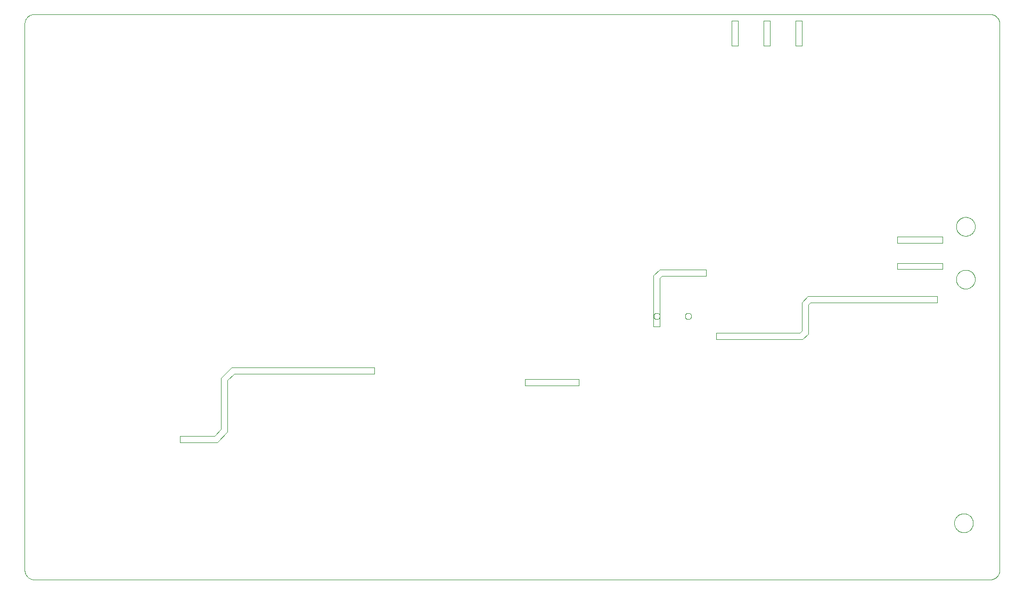
<source format=gko>
G75*
%MOIN*%
%OFA0B0*%
%FSLAX25Y25*%
%IPPOS*%
%LPD*%
%AMOC8*
5,1,8,0,0,1.08239X$1,22.5*
%
%ADD10C,0.00400*%
%ADD11C,0.00394*%
%ADD12C,0.00000*%
D10*
X0126977Y0108713D02*
X0126977Y0112713D01*
X0148627Y0112713D01*
X0152727Y0116813D01*
X0152727Y0149113D01*
X0159327Y0155713D01*
X0248727Y0155713D01*
X0248727Y0151713D01*
X0160827Y0151713D01*
X0156727Y0147613D01*
X0156727Y0115313D01*
X0150127Y0108713D01*
X0126977Y0108713D01*
X0342977Y0144213D02*
X0342977Y0148213D01*
X0376727Y0148213D01*
X0376727Y0144213D01*
X0342977Y0144213D01*
X0423427Y0181344D02*
X0427427Y0181344D01*
X0427427Y0211713D01*
X0428677Y0212963D01*
X0456295Y0212963D01*
X0456295Y0216963D01*
X0427177Y0216963D01*
X0423427Y0213213D01*
X0423427Y0181344D01*
X0462477Y0177213D02*
X0462477Y0173213D01*
X0516677Y0173213D01*
X0520177Y0176763D01*
X0520177Y0194913D01*
X0521477Y0196213D01*
X0600977Y0196213D01*
X0600977Y0200213D01*
X0519977Y0200213D01*
X0516177Y0196413D01*
X0516177Y0178513D01*
X0514927Y0177213D01*
X0462477Y0177213D01*
D11*
X0634058Y0022713D02*
X0035633Y0022713D01*
X0035633Y0022712D02*
X0035481Y0022714D01*
X0035329Y0022720D01*
X0035177Y0022730D01*
X0035026Y0022743D01*
X0034875Y0022761D01*
X0034724Y0022782D01*
X0034574Y0022808D01*
X0034425Y0022837D01*
X0034276Y0022870D01*
X0034129Y0022907D01*
X0033982Y0022947D01*
X0033837Y0022992D01*
X0033693Y0023040D01*
X0033550Y0023092D01*
X0033408Y0023147D01*
X0033268Y0023206D01*
X0033129Y0023269D01*
X0032992Y0023335D01*
X0032857Y0023405D01*
X0032724Y0023478D01*
X0032593Y0023555D01*
X0032463Y0023635D01*
X0032336Y0023718D01*
X0032211Y0023804D01*
X0032088Y0023894D01*
X0031968Y0023987D01*
X0031850Y0024083D01*
X0031734Y0024182D01*
X0031621Y0024284D01*
X0031511Y0024388D01*
X0031403Y0024496D01*
X0031299Y0024606D01*
X0031197Y0024719D01*
X0031098Y0024835D01*
X0031002Y0024953D01*
X0030909Y0025073D01*
X0030819Y0025196D01*
X0030733Y0025321D01*
X0030650Y0025448D01*
X0030570Y0025578D01*
X0030493Y0025709D01*
X0030420Y0025842D01*
X0030350Y0025977D01*
X0030284Y0026114D01*
X0030221Y0026253D01*
X0030162Y0026393D01*
X0030107Y0026535D01*
X0030055Y0026678D01*
X0030007Y0026822D01*
X0029962Y0026967D01*
X0029922Y0027114D01*
X0029885Y0027261D01*
X0029852Y0027410D01*
X0029823Y0027559D01*
X0029797Y0027709D01*
X0029776Y0027860D01*
X0029758Y0028011D01*
X0029745Y0028162D01*
X0029735Y0028314D01*
X0029729Y0028466D01*
X0029727Y0028618D01*
X0029727Y0371138D01*
X0029729Y0371290D01*
X0029735Y0371442D01*
X0029745Y0371594D01*
X0029758Y0371745D01*
X0029776Y0371896D01*
X0029797Y0372047D01*
X0029823Y0372197D01*
X0029852Y0372346D01*
X0029885Y0372495D01*
X0029922Y0372642D01*
X0029962Y0372789D01*
X0030007Y0372934D01*
X0030055Y0373078D01*
X0030107Y0373221D01*
X0030162Y0373363D01*
X0030221Y0373503D01*
X0030284Y0373642D01*
X0030350Y0373779D01*
X0030420Y0373914D01*
X0030493Y0374047D01*
X0030570Y0374178D01*
X0030650Y0374308D01*
X0030733Y0374435D01*
X0030819Y0374560D01*
X0030909Y0374683D01*
X0031002Y0374803D01*
X0031098Y0374921D01*
X0031197Y0375037D01*
X0031299Y0375150D01*
X0031403Y0375260D01*
X0031511Y0375368D01*
X0031621Y0375472D01*
X0031734Y0375574D01*
X0031850Y0375673D01*
X0031968Y0375769D01*
X0032088Y0375862D01*
X0032211Y0375952D01*
X0032336Y0376038D01*
X0032463Y0376121D01*
X0032593Y0376201D01*
X0032724Y0376278D01*
X0032857Y0376351D01*
X0032992Y0376421D01*
X0033129Y0376487D01*
X0033268Y0376550D01*
X0033408Y0376609D01*
X0033550Y0376664D01*
X0033693Y0376716D01*
X0033837Y0376764D01*
X0033982Y0376809D01*
X0034129Y0376849D01*
X0034276Y0376886D01*
X0034425Y0376919D01*
X0034574Y0376948D01*
X0034724Y0376974D01*
X0034875Y0376995D01*
X0035026Y0377013D01*
X0035177Y0377026D01*
X0035329Y0377036D01*
X0035481Y0377042D01*
X0035633Y0377044D01*
X0035633Y0377043D02*
X0634058Y0377043D01*
X0634058Y0377044D02*
X0634210Y0377042D01*
X0634362Y0377036D01*
X0634514Y0377026D01*
X0634665Y0377013D01*
X0634816Y0376995D01*
X0634967Y0376974D01*
X0635117Y0376948D01*
X0635266Y0376919D01*
X0635415Y0376886D01*
X0635562Y0376849D01*
X0635709Y0376809D01*
X0635854Y0376764D01*
X0635998Y0376716D01*
X0636141Y0376664D01*
X0636283Y0376609D01*
X0636423Y0376550D01*
X0636562Y0376487D01*
X0636699Y0376421D01*
X0636834Y0376351D01*
X0636967Y0376278D01*
X0637098Y0376201D01*
X0637228Y0376121D01*
X0637355Y0376038D01*
X0637480Y0375952D01*
X0637603Y0375862D01*
X0637723Y0375769D01*
X0637841Y0375673D01*
X0637957Y0375574D01*
X0638070Y0375472D01*
X0638180Y0375368D01*
X0638288Y0375260D01*
X0638392Y0375150D01*
X0638494Y0375037D01*
X0638593Y0374921D01*
X0638689Y0374803D01*
X0638782Y0374683D01*
X0638872Y0374560D01*
X0638958Y0374435D01*
X0639041Y0374308D01*
X0639121Y0374178D01*
X0639198Y0374047D01*
X0639271Y0373914D01*
X0639341Y0373779D01*
X0639407Y0373642D01*
X0639470Y0373503D01*
X0639529Y0373363D01*
X0639584Y0373221D01*
X0639636Y0373078D01*
X0639684Y0372934D01*
X0639729Y0372789D01*
X0639769Y0372642D01*
X0639806Y0372495D01*
X0639839Y0372346D01*
X0639868Y0372197D01*
X0639894Y0372047D01*
X0639915Y0371896D01*
X0639933Y0371745D01*
X0639946Y0371594D01*
X0639956Y0371442D01*
X0639962Y0371290D01*
X0639964Y0371138D01*
X0639963Y0371138D02*
X0639963Y0028618D01*
X0639964Y0028618D02*
X0639962Y0028466D01*
X0639956Y0028314D01*
X0639946Y0028162D01*
X0639933Y0028011D01*
X0639915Y0027860D01*
X0639894Y0027709D01*
X0639868Y0027559D01*
X0639839Y0027410D01*
X0639806Y0027261D01*
X0639769Y0027114D01*
X0639729Y0026967D01*
X0639684Y0026822D01*
X0639636Y0026678D01*
X0639584Y0026535D01*
X0639529Y0026393D01*
X0639470Y0026253D01*
X0639407Y0026114D01*
X0639341Y0025977D01*
X0639271Y0025842D01*
X0639198Y0025709D01*
X0639121Y0025578D01*
X0639041Y0025448D01*
X0638958Y0025321D01*
X0638872Y0025196D01*
X0638782Y0025073D01*
X0638689Y0024953D01*
X0638593Y0024835D01*
X0638494Y0024719D01*
X0638392Y0024606D01*
X0638288Y0024496D01*
X0638180Y0024388D01*
X0638070Y0024284D01*
X0637957Y0024182D01*
X0637841Y0024083D01*
X0637723Y0023987D01*
X0637603Y0023894D01*
X0637480Y0023804D01*
X0637355Y0023718D01*
X0637228Y0023635D01*
X0637098Y0023555D01*
X0636967Y0023478D01*
X0636834Y0023405D01*
X0636699Y0023335D01*
X0636562Y0023269D01*
X0636423Y0023206D01*
X0636283Y0023147D01*
X0636141Y0023092D01*
X0635998Y0023040D01*
X0635854Y0022992D01*
X0635709Y0022947D01*
X0635562Y0022907D01*
X0635415Y0022870D01*
X0635266Y0022837D01*
X0635117Y0022808D01*
X0634967Y0022782D01*
X0634816Y0022761D01*
X0634665Y0022743D01*
X0634514Y0022730D01*
X0634362Y0022720D01*
X0634210Y0022714D01*
X0634058Y0022712D01*
X0604136Y0217201D02*
X0575790Y0217201D01*
X0575790Y0221138D01*
X0604136Y0221138D01*
X0604136Y0217201D01*
X0604136Y0233736D02*
X0575790Y0233736D01*
X0575790Y0237673D01*
X0604136Y0237673D01*
X0604136Y0233736D01*
X0516262Y0357358D02*
X0512325Y0357358D01*
X0512325Y0373106D01*
X0516262Y0373106D01*
X0516262Y0357358D01*
X0496262Y0357358D02*
X0492325Y0357358D01*
X0492325Y0373106D01*
X0496262Y0373106D01*
X0496262Y0357358D01*
X0476262Y0357358D02*
X0472325Y0357358D01*
X0472325Y0373106D01*
X0476262Y0373106D01*
X0476262Y0357358D01*
D12*
X0612797Y0243972D02*
X0612799Y0244125D01*
X0612805Y0244279D01*
X0612815Y0244432D01*
X0612829Y0244584D01*
X0612847Y0244737D01*
X0612869Y0244888D01*
X0612894Y0245039D01*
X0612924Y0245190D01*
X0612958Y0245340D01*
X0612995Y0245488D01*
X0613036Y0245636D01*
X0613081Y0245782D01*
X0613130Y0245928D01*
X0613183Y0246072D01*
X0613239Y0246214D01*
X0613299Y0246355D01*
X0613363Y0246495D01*
X0613430Y0246633D01*
X0613501Y0246769D01*
X0613576Y0246903D01*
X0613653Y0247035D01*
X0613735Y0247165D01*
X0613819Y0247293D01*
X0613907Y0247419D01*
X0613998Y0247542D01*
X0614092Y0247663D01*
X0614190Y0247781D01*
X0614290Y0247897D01*
X0614394Y0248010D01*
X0614500Y0248121D01*
X0614609Y0248229D01*
X0614721Y0248334D01*
X0614835Y0248435D01*
X0614953Y0248534D01*
X0615072Y0248630D01*
X0615194Y0248723D01*
X0615319Y0248812D01*
X0615446Y0248899D01*
X0615575Y0248981D01*
X0615706Y0249061D01*
X0615839Y0249137D01*
X0615974Y0249210D01*
X0616111Y0249279D01*
X0616250Y0249344D01*
X0616390Y0249406D01*
X0616532Y0249464D01*
X0616675Y0249519D01*
X0616820Y0249570D01*
X0616966Y0249617D01*
X0617113Y0249660D01*
X0617261Y0249699D01*
X0617410Y0249735D01*
X0617560Y0249766D01*
X0617711Y0249794D01*
X0617862Y0249818D01*
X0618015Y0249838D01*
X0618167Y0249854D01*
X0618320Y0249866D01*
X0618473Y0249874D01*
X0618626Y0249878D01*
X0618780Y0249878D01*
X0618933Y0249874D01*
X0619086Y0249866D01*
X0619239Y0249854D01*
X0619391Y0249838D01*
X0619544Y0249818D01*
X0619695Y0249794D01*
X0619846Y0249766D01*
X0619996Y0249735D01*
X0620145Y0249699D01*
X0620293Y0249660D01*
X0620440Y0249617D01*
X0620586Y0249570D01*
X0620731Y0249519D01*
X0620874Y0249464D01*
X0621016Y0249406D01*
X0621156Y0249344D01*
X0621295Y0249279D01*
X0621432Y0249210D01*
X0621567Y0249137D01*
X0621700Y0249061D01*
X0621831Y0248981D01*
X0621960Y0248899D01*
X0622087Y0248812D01*
X0622212Y0248723D01*
X0622334Y0248630D01*
X0622453Y0248534D01*
X0622571Y0248435D01*
X0622685Y0248334D01*
X0622797Y0248229D01*
X0622906Y0248121D01*
X0623012Y0248010D01*
X0623116Y0247897D01*
X0623216Y0247781D01*
X0623314Y0247663D01*
X0623408Y0247542D01*
X0623499Y0247419D01*
X0623587Y0247293D01*
X0623671Y0247165D01*
X0623753Y0247035D01*
X0623830Y0246903D01*
X0623905Y0246769D01*
X0623976Y0246633D01*
X0624043Y0246495D01*
X0624107Y0246355D01*
X0624167Y0246214D01*
X0624223Y0246072D01*
X0624276Y0245928D01*
X0624325Y0245782D01*
X0624370Y0245636D01*
X0624411Y0245488D01*
X0624448Y0245340D01*
X0624482Y0245190D01*
X0624512Y0245039D01*
X0624537Y0244888D01*
X0624559Y0244737D01*
X0624577Y0244584D01*
X0624591Y0244432D01*
X0624601Y0244279D01*
X0624607Y0244125D01*
X0624609Y0243972D01*
X0624607Y0243819D01*
X0624601Y0243665D01*
X0624591Y0243512D01*
X0624577Y0243360D01*
X0624559Y0243207D01*
X0624537Y0243056D01*
X0624512Y0242905D01*
X0624482Y0242754D01*
X0624448Y0242604D01*
X0624411Y0242456D01*
X0624370Y0242308D01*
X0624325Y0242162D01*
X0624276Y0242016D01*
X0624223Y0241872D01*
X0624167Y0241730D01*
X0624107Y0241589D01*
X0624043Y0241449D01*
X0623976Y0241311D01*
X0623905Y0241175D01*
X0623830Y0241041D01*
X0623753Y0240909D01*
X0623671Y0240779D01*
X0623587Y0240651D01*
X0623499Y0240525D01*
X0623408Y0240402D01*
X0623314Y0240281D01*
X0623216Y0240163D01*
X0623116Y0240047D01*
X0623012Y0239934D01*
X0622906Y0239823D01*
X0622797Y0239715D01*
X0622685Y0239610D01*
X0622571Y0239509D01*
X0622453Y0239410D01*
X0622334Y0239314D01*
X0622212Y0239221D01*
X0622087Y0239132D01*
X0621960Y0239045D01*
X0621831Y0238963D01*
X0621700Y0238883D01*
X0621567Y0238807D01*
X0621432Y0238734D01*
X0621295Y0238665D01*
X0621156Y0238600D01*
X0621016Y0238538D01*
X0620874Y0238480D01*
X0620731Y0238425D01*
X0620586Y0238374D01*
X0620440Y0238327D01*
X0620293Y0238284D01*
X0620145Y0238245D01*
X0619996Y0238209D01*
X0619846Y0238178D01*
X0619695Y0238150D01*
X0619544Y0238126D01*
X0619391Y0238106D01*
X0619239Y0238090D01*
X0619086Y0238078D01*
X0618933Y0238070D01*
X0618780Y0238066D01*
X0618626Y0238066D01*
X0618473Y0238070D01*
X0618320Y0238078D01*
X0618167Y0238090D01*
X0618015Y0238106D01*
X0617862Y0238126D01*
X0617711Y0238150D01*
X0617560Y0238178D01*
X0617410Y0238209D01*
X0617261Y0238245D01*
X0617113Y0238284D01*
X0616966Y0238327D01*
X0616820Y0238374D01*
X0616675Y0238425D01*
X0616532Y0238480D01*
X0616390Y0238538D01*
X0616250Y0238600D01*
X0616111Y0238665D01*
X0615974Y0238734D01*
X0615839Y0238807D01*
X0615706Y0238883D01*
X0615575Y0238963D01*
X0615446Y0239045D01*
X0615319Y0239132D01*
X0615194Y0239221D01*
X0615072Y0239314D01*
X0614953Y0239410D01*
X0614835Y0239509D01*
X0614721Y0239610D01*
X0614609Y0239715D01*
X0614500Y0239823D01*
X0614394Y0239934D01*
X0614290Y0240047D01*
X0614190Y0240163D01*
X0614092Y0240281D01*
X0613998Y0240402D01*
X0613907Y0240525D01*
X0613819Y0240651D01*
X0613735Y0240779D01*
X0613653Y0240909D01*
X0613576Y0241041D01*
X0613501Y0241175D01*
X0613430Y0241311D01*
X0613363Y0241449D01*
X0613299Y0241589D01*
X0613239Y0241730D01*
X0613183Y0241872D01*
X0613130Y0242016D01*
X0613081Y0242162D01*
X0613036Y0242308D01*
X0612995Y0242456D01*
X0612958Y0242604D01*
X0612924Y0242754D01*
X0612894Y0242905D01*
X0612869Y0243056D01*
X0612847Y0243207D01*
X0612829Y0243360D01*
X0612815Y0243512D01*
X0612805Y0243665D01*
X0612799Y0243819D01*
X0612797Y0243972D01*
X0612797Y0210902D02*
X0612799Y0211055D01*
X0612805Y0211209D01*
X0612815Y0211362D01*
X0612829Y0211514D01*
X0612847Y0211667D01*
X0612869Y0211818D01*
X0612894Y0211969D01*
X0612924Y0212120D01*
X0612958Y0212270D01*
X0612995Y0212418D01*
X0613036Y0212566D01*
X0613081Y0212712D01*
X0613130Y0212858D01*
X0613183Y0213002D01*
X0613239Y0213144D01*
X0613299Y0213285D01*
X0613363Y0213425D01*
X0613430Y0213563D01*
X0613501Y0213699D01*
X0613576Y0213833D01*
X0613653Y0213965D01*
X0613735Y0214095D01*
X0613819Y0214223D01*
X0613907Y0214349D01*
X0613998Y0214472D01*
X0614092Y0214593D01*
X0614190Y0214711D01*
X0614290Y0214827D01*
X0614394Y0214940D01*
X0614500Y0215051D01*
X0614609Y0215159D01*
X0614721Y0215264D01*
X0614835Y0215365D01*
X0614953Y0215464D01*
X0615072Y0215560D01*
X0615194Y0215653D01*
X0615319Y0215742D01*
X0615446Y0215829D01*
X0615575Y0215911D01*
X0615706Y0215991D01*
X0615839Y0216067D01*
X0615974Y0216140D01*
X0616111Y0216209D01*
X0616250Y0216274D01*
X0616390Y0216336D01*
X0616532Y0216394D01*
X0616675Y0216449D01*
X0616820Y0216500D01*
X0616966Y0216547D01*
X0617113Y0216590D01*
X0617261Y0216629D01*
X0617410Y0216665D01*
X0617560Y0216696D01*
X0617711Y0216724D01*
X0617862Y0216748D01*
X0618015Y0216768D01*
X0618167Y0216784D01*
X0618320Y0216796D01*
X0618473Y0216804D01*
X0618626Y0216808D01*
X0618780Y0216808D01*
X0618933Y0216804D01*
X0619086Y0216796D01*
X0619239Y0216784D01*
X0619391Y0216768D01*
X0619544Y0216748D01*
X0619695Y0216724D01*
X0619846Y0216696D01*
X0619996Y0216665D01*
X0620145Y0216629D01*
X0620293Y0216590D01*
X0620440Y0216547D01*
X0620586Y0216500D01*
X0620731Y0216449D01*
X0620874Y0216394D01*
X0621016Y0216336D01*
X0621156Y0216274D01*
X0621295Y0216209D01*
X0621432Y0216140D01*
X0621567Y0216067D01*
X0621700Y0215991D01*
X0621831Y0215911D01*
X0621960Y0215829D01*
X0622087Y0215742D01*
X0622212Y0215653D01*
X0622334Y0215560D01*
X0622453Y0215464D01*
X0622571Y0215365D01*
X0622685Y0215264D01*
X0622797Y0215159D01*
X0622906Y0215051D01*
X0623012Y0214940D01*
X0623116Y0214827D01*
X0623216Y0214711D01*
X0623314Y0214593D01*
X0623408Y0214472D01*
X0623499Y0214349D01*
X0623587Y0214223D01*
X0623671Y0214095D01*
X0623753Y0213965D01*
X0623830Y0213833D01*
X0623905Y0213699D01*
X0623976Y0213563D01*
X0624043Y0213425D01*
X0624107Y0213285D01*
X0624167Y0213144D01*
X0624223Y0213002D01*
X0624276Y0212858D01*
X0624325Y0212712D01*
X0624370Y0212566D01*
X0624411Y0212418D01*
X0624448Y0212270D01*
X0624482Y0212120D01*
X0624512Y0211969D01*
X0624537Y0211818D01*
X0624559Y0211667D01*
X0624577Y0211514D01*
X0624591Y0211362D01*
X0624601Y0211209D01*
X0624607Y0211055D01*
X0624609Y0210902D01*
X0624607Y0210749D01*
X0624601Y0210595D01*
X0624591Y0210442D01*
X0624577Y0210290D01*
X0624559Y0210137D01*
X0624537Y0209986D01*
X0624512Y0209835D01*
X0624482Y0209684D01*
X0624448Y0209534D01*
X0624411Y0209386D01*
X0624370Y0209238D01*
X0624325Y0209092D01*
X0624276Y0208946D01*
X0624223Y0208802D01*
X0624167Y0208660D01*
X0624107Y0208519D01*
X0624043Y0208379D01*
X0623976Y0208241D01*
X0623905Y0208105D01*
X0623830Y0207971D01*
X0623753Y0207839D01*
X0623671Y0207709D01*
X0623587Y0207581D01*
X0623499Y0207455D01*
X0623408Y0207332D01*
X0623314Y0207211D01*
X0623216Y0207093D01*
X0623116Y0206977D01*
X0623012Y0206864D01*
X0622906Y0206753D01*
X0622797Y0206645D01*
X0622685Y0206540D01*
X0622571Y0206439D01*
X0622453Y0206340D01*
X0622334Y0206244D01*
X0622212Y0206151D01*
X0622087Y0206062D01*
X0621960Y0205975D01*
X0621831Y0205893D01*
X0621700Y0205813D01*
X0621567Y0205737D01*
X0621432Y0205664D01*
X0621295Y0205595D01*
X0621156Y0205530D01*
X0621016Y0205468D01*
X0620874Y0205410D01*
X0620731Y0205355D01*
X0620586Y0205304D01*
X0620440Y0205257D01*
X0620293Y0205214D01*
X0620145Y0205175D01*
X0619996Y0205139D01*
X0619846Y0205108D01*
X0619695Y0205080D01*
X0619544Y0205056D01*
X0619391Y0205036D01*
X0619239Y0205020D01*
X0619086Y0205008D01*
X0618933Y0205000D01*
X0618780Y0204996D01*
X0618626Y0204996D01*
X0618473Y0205000D01*
X0618320Y0205008D01*
X0618167Y0205020D01*
X0618015Y0205036D01*
X0617862Y0205056D01*
X0617711Y0205080D01*
X0617560Y0205108D01*
X0617410Y0205139D01*
X0617261Y0205175D01*
X0617113Y0205214D01*
X0616966Y0205257D01*
X0616820Y0205304D01*
X0616675Y0205355D01*
X0616532Y0205410D01*
X0616390Y0205468D01*
X0616250Y0205530D01*
X0616111Y0205595D01*
X0615974Y0205664D01*
X0615839Y0205737D01*
X0615706Y0205813D01*
X0615575Y0205893D01*
X0615446Y0205975D01*
X0615319Y0206062D01*
X0615194Y0206151D01*
X0615072Y0206244D01*
X0614953Y0206340D01*
X0614835Y0206439D01*
X0614721Y0206540D01*
X0614609Y0206645D01*
X0614500Y0206753D01*
X0614394Y0206864D01*
X0614290Y0206977D01*
X0614190Y0207093D01*
X0614092Y0207211D01*
X0613998Y0207332D01*
X0613907Y0207455D01*
X0613819Y0207581D01*
X0613735Y0207709D01*
X0613653Y0207839D01*
X0613576Y0207971D01*
X0613501Y0208105D01*
X0613430Y0208241D01*
X0613363Y0208379D01*
X0613299Y0208519D01*
X0613239Y0208660D01*
X0613183Y0208802D01*
X0613130Y0208946D01*
X0613081Y0209092D01*
X0613036Y0209238D01*
X0612995Y0209386D01*
X0612958Y0209534D01*
X0612924Y0209684D01*
X0612894Y0209835D01*
X0612869Y0209986D01*
X0612847Y0210137D01*
X0612829Y0210290D01*
X0612815Y0210442D01*
X0612805Y0210595D01*
X0612799Y0210749D01*
X0612797Y0210902D01*
X0443101Y0187833D02*
X0443103Y0187921D01*
X0443109Y0188009D01*
X0443119Y0188097D01*
X0443133Y0188185D01*
X0443150Y0188271D01*
X0443172Y0188357D01*
X0443197Y0188441D01*
X0443227Y0188525D01*
X0443259Y0188607D01*
X0443296Y0188687D01*
X0443336Y0188766D01*
X0443380Y0188843D01*
X0443427Y0188918D01*
X0443477Y0188990D01*
X0443531Y0189061D01*
X0443587Y0189128D01*
X0443647Y0189194D01*
X0443709Y0189256D01*
X0443775Y0189316D01*
X0443842Y0189372D01*
X0443913Y0189426D01*
X0443985Y0189476D01*
X0444060Y0189523D01*
X0444137Y0189567D01*
X0444216Y0189607D01*
X0444296Y0189644D01*
X0444378Y0189676D01*
X0444462Y0189706D01*
X0444546Y0189731D01*
X0444632Y0189753D01*
X0444718Y0189770D01*
X0444806Y0189784D01*
X0444894Y0189794D01*
X0444982Y0189800D01*
X0445070Y0189802D01*
X0445158Y0189800D01*
X0445246Y0189794D01*
X0445334Y0189784D01*
X0445422Y0189770D01*
X0445508Y0189753D01*
X0445594Y0189731D01*
X0445678Y0189706D01*
X0445762Y0189676D01*
X0445844Y0189644D01*
X0445924Y0189607D01*
X0446003Y0189567D01*
X0446080Y0189523D01*
X0446155Y0189476D01*
X0446227Y0189426D01*
X0446298Y0189372D01*
X0446365Y0189316D01*
X0446431Y0189256D01*
X0446493Y0189194D01*
X0446553Y0189128D01*
X0446609Y0189061D01*
X0446663Y0188990D01*
X0446713Y0188918D01*
X0446760Y0188843D01*
X0446804Y0188766D01*
X0446844Y0188687D01*
X0446881Y0188607D01*
X0446913Y0188525D01*
X0446943Y0188441D01*
X0446968Y0188357D01*
X0446990Y0188271D01*
X0447007Y0188185D01*
X0447021Y0188097D01*
X0447031Y0188009D01*
X0447037Y0187921D01*
X0447039Y0187833D01*
X0447037Y0187745D01*
X0447031Y0187657D01*
X0447021Y0187569D01*
X0447007Y0187481D01*
X0446990Y0187395D01*
X0446968Y0187309D01*
X0446943Y0187225D01*
X0446913Y0187141D01*
X0446881Y0187059D01*
X0446844Y0186979D01*
X0446804Y0186900D01*
X0446760Y0186823D01*
X0446713Y0186748D01*
X0446663Y0186676D01*
X0446609Y0186605D01*
X0446553Y0186538D01*
X0446493Y0186472D01*
X0446431Y0186410D01*
X0446365Y0186350D01*
X0446298Y0186294D01*
X0446227Y0186240D01*
X0446155Y0186190D01*
X0446080Y0186143D01*
X0446003Y0186099D01*
X0445924Y0186059D01*
X0445844Y0186022D01*
X0445762Y0185990D01*
X0445678Y0185960D01*
X0445594Y0185935D01*
X0445508Y0185913D01*
X0445422Y0185896D01*
X0445334Y0185882D01*
X0445246Y0185872D01*
X0445158Y0185866D01*
X0445070Y0185864D01*
X0444982Y0185866D01*
X0444894Y0185872D01*
X0444806Y0185882D01*
X0444718Y0185896D01*
X0444632Y0185913D01*
X0444546Y0185935D01*
X0444462Y0185960D01*
X0444378Y0185990D01*
X0444296Y0186022D01*
X0444216Y0186059D01*
X0444137Y0186099D01*
X0444060Y0186143D01*
X0443985Y0186190D01*
X0443913Y0186240D01*
X0443842Y0186294D01*
X0443775Y0186350D01*
X0443709Y0186410D01*
X0443647Y0186472D01*
X0443587Y0186538D01*
X0443531Y0186605D01*
X0443477Y0186676D01*
X0443427Y0186748D01*
X0443380Y0186823D01*
X0443336Y0186900D01*
X0443296Y0186979D01*
X0443259Y0187059D01*
X0443227Y0187141D01*
X0443197Y0187225D01*
X0443172Y0187309D01*
X0443150Y0187395D01*
X0443133Y0187481D01*
X0443119Y0187569D01*
X0443109Y0187657D01*
X0443103Y0187745D01*
X0443101Y0187833D01*
X0423416Y0187833D02*
X0423418Y0187921D01*
X0423424Y0188009D01*
X0423434Y0188097D01*
X0423448Y0188185D01*
X0423465Y0188271D01*
X0423487Y0188357D01*
X0423512Y0188441D01*
X0423542Y0188525D01*
X0423574Y0188607D01*
X0423611Y0188687D01*
X0423651Y0188766D01*
X0423695Y0188843D01*
X0423742Y0188918D01*
X0423792Y0188990D01*
X0423846Y0189061D01*
X0423902Y0189128D01*
X0423962Y0189194D01*
X0424024Y0189256D01*
X0424090Y0189316D01*
X0424157Y0189372D01*
X0424228Y0189426D01*
X0424300Y0189476D01*
X0424375Y0189523D01*
X0424452Y0189567D01*
X0424531Y0189607D01*
X0424611Y0189644D01*
X0424693Y0189676D01*
X0424777Y0189706D01*
X0424861Y0189731D01*
X0424947Y0189753D01*
X0425033Y0189770D01*
X0425121Y0189784D01*
X0425209Y0189794D01*
X0425297Y0189800D01*
X0425385Y0189802D01*
X0425473Y0189800D01*
X0425561Y0189794D01*
X0425649Y0189784D01*
X0425737Y0189770D01*
X0425823Y0189753D01*
X0425909Y0189731D01*
X0425993Y0189706D01*
X0426077Y0189676D01*
X0426159Y0189644D01*
X0426239Y0189607D01*
X0426318Y0189567D01*
X0426395Y0189523D01*
X0426470Y0189476D01*
X0426542Y0189426D01*
X0426613Y0189372D01*
X0426680Y0189316D01*
X0426746Y0189256D01*
X0426808Y0189194D01*
X0426868Y0189128D01*
X0426924Y0189061D01*
X0426978Y0188990D01*
X0427028Y0188918D01*
X0427075Y0188843D01*
X0427119Y0188766D01*
X0427159Y0188687D01*
X0427196Y0188607D01*
X0427228Y0188525D01*
X0427258Y0188441D01*
X0427283Y0188357D01*
X0427305Y0188271D01*
X0427322Y0188185D01*
X0427336Y0188097D01*
X0427346Y0188009D01*
X0427352Y0187921D01*
X0427354Y0187833D01*
X0427352Y0187745D01*
X0427346Y0187657D01*
X0427336Y0187569D01*
X0427322Y0187481D01*
X0427305Y0187395D01*
X0427283Y0187309D01*
X0427258Y0187225D01*
X0427228Y0187141D01*
X0427196Y0187059D01*
X0427159Y0186979D01*
X0427119Y0186900D01*
X0427075Y0186823D01*
X0427028Y0186748D01*
X0426978Y0186676D01*
X0426924Y0186605D01*
X0426868Y0186538D01*
X0426808Y0186472D01*
X0426746Y0186410D01*
X0426680Y0186350D01*
X0426613Y0186294D01*
X0426542Y0186240D01*
X0426470Y0186190D01*
X0426395Y0186143D01*
X0426318Y0186099D01*
X0426239Y0186059D01*
X0426159Y0186022D01*
X0426077Y0185990D01*
X0425993Y0185960D01*
X0425909Y0185935D01*
X0425823Y0185913D01*
X0425737Y0185896D01*
X0425649Y0185882D01*
X0425561Y0185872D01*
X0425473Y0185866D01*
X0425385Y0185864D01*
X0425297Y0185866D01*
X0425209Y0185872D01*
X0425121Y0185882D01*
X0425033Y0185896D01*
X0424947Y0185913D01*
X0424861Y0185935D01*
X0424777Y0185960D01*
X0424693Y0185990D01*
X0424611Y0186022D01*
X0424531Y0186059D01*
X0424452Y0186099D01*
X0424375Y0186143D01*
X0424300Y0186190D01*
X0424228Y0186240D01*
X0424157Y0186294D01*
X0424090Y0186350D01*
X0424024Y0186410D01*
X0423962Y0186472D01*
X0423902Y0186538D01*
X0423846Y0186605D01*
X0423792Y0186676D01*
X0423742Y0186748D01*
X0423695Y0186823D01*
X0423651Y0186900D01*
X0423611Y0186979D01*
X0423574Y0187059D01*
X0423542Y0187141D01*
X0423512Y0187225D01*
X0423487Y0187309D01*
X0423465Y0187395D01*
X0423448Y0187481D01*
X0423434Y0187569D01*
X0423424Y0187657D01*
X0423418Y0187745D01*
X0423416Y0187833D01*
X0611616Y0058146D02*
X0611618Y0058299D01*
X0611624Y0058453D01*
X0611634Y0058606D01*
X0611648Y0058758D01*
X0611666Y0058911D01*
X0611688Y0059062D01*
X0611713Y0059213D01*
X0611743Y0059364D01*
X0611777Y0059514D01*
X0611814Y0059662D01*
X0611855Y0059810D01*
X0611900Y0059956D01*
X0611949Y0060102D01*
X0612002Y0060246D01*
X0612058Y0060388D01*
X0612118Y0060529D01*
X0612182Y0060669D01*
X0612249Y0060807D01*
X0612320Y0060943D01*
X0612395Y0061077D01*
X0612472Y0061209D01*
X0612554Y0061339D01*
X0612638Y0061467D01*
X0612726Y0061593D01*
X0612817Y0061716D01*
X0612911Y0061837D01*
X0613009Y0061955D01*
X0613109Y0062071D01*
X0613213Y0062184D01*
X0613319Y0062295D01*
X0613428Y0062403D01*
X0613540Y0062508D01*
X0613654Y0062609D01*
X0613772Y0062708D01*
X0613891Y0062804D01*
X0614013Y0062897D01*
X0614138Y0062986D01*
X0614265Y0063073D01*
X0614394Y0063155D01*
X0614525Y0063235D01*
X0614658Y0063311D01*
X0614793Y0063384D01*
X0614930Y0063453D01*
X0615069Y0063518D01*
X0615209Y0063580D01*
X0615351Y0063638D01*
X0615494Y0063693D01*
X0615639Y0063744D01*
X0615785Y0063791D01*
X0615932Y0063834D01*
X0616080Y0063873D01*
X0616229Y0063909D01*
X0616379Y0063940D01*
X0616530Y0063968D01*
X0616681Y0063992D01*
X0616834Y0064012D01*
X0616986Y0064028D01*
X0617139Y0064040D01*
X0617292Y0064048D01*
X0617445Y0064052D01*
X0617599Y0064052D01*
X0617752Y0064048D01*
X0617905Y0064040D01*
X0618058Y0064028D01*
X0618210Y0064012D01*
X0618363Y0063992D01*
X0618514Y0063968D01*
X0618665Y0063940D01*
X0618815Y0063909D01*
X0618964Y0063873D01*
X0619112Y0063834D01*
X0619259Y0063791D01*
X0619405Y0063744D01*
X0619550Y0063693D01*
X0619693Y0063638D01*
X0619835Y0063580D01*
X0619975Y0063518D01*
X0620114Y0063453D01*
X0620251Y0063384D01*
X0620386Y0063311D01*
X0620519Y0063235D01*
X0620650Y0063155D01*
X0620779Y0063073D01*
X0620906Y0062986D01*
X0621031Y0062897D01*
X0621153Y0062804D01*
X0621272Y0062708D01*
X0621390Y0062609D01*
X0621504Y0062508D01*
X0621616Y0062403D01*
X0621725Y0062295D01*
X0621831Y0062184D01*
X0621935Y0062071D01*
X0622035Y0061955D01*
X0622133Y0061837D01*
X0622227Y0061716D01*
X0622318Y0061593D01*
X0622406Y0061467D01*
X0622490Y0061339D01*
X0622572Y0061209D01*
X0622649Y0061077D01*
X0622724Y0060943D01*
X0622795Y0060807D01*
X0622862Y0060669D01*
X0622926Y0060529D01*
X0622986Y0060388D01*
X0623042Y0060246D01*
X0623095Y0060102D01*
X0623144Y0059956D01*
X0623189Y0059810D01*
X0623230Y0059662D01*
X0623267Y0059514D01*
X0623301Y0059364D01*
X0623331Y0059213D01*
X0623356Y0059062D01*
X0623378Y0058911D01*
X0623396Y0058758D01*
X0623410Y0058606D01*
X0623420Y0058453D01*
X0623426Y0058299D01*
X0623428Y0058146D01*
X0623426Y0057993D01*
X0623420Y0057839D01*
X0623410Y0057686D01*
X0623396Y0057534D01*
X0623378Y0057381D01*
X0623356Y0057230D01*
X0623331Y0057079D01*
X0623301Y0056928D01*
X0623267Y0056778D01*
X0623230Y0056630D01*
X0623189Y0056482D01*
X0623144Y0056336D01*
X0623095Y0056190D01*
X0623042Y0056046D01*
X0622986Y0055904D01*
X0622926Y0055763D01*
X0622862Y0055623D01*
X0622795Y0055485D01*
X0622724Y0055349D01*
X0622649Y0055215D01*
X0622572Y0055083D01*
X0622490Y0054953D01*
X0622406Y0054825D01*
X0622318Y0054699D01*
X0622227Y0054576D01*
X0622133Y0054455D01*
X0622035Y0054337D01*
X0621935Y0054221D01*
X0621831Y0054108D01*
X0621725Y0053997D01*
X0621616Y0053889D01*
X0621504Y0053784D01*
X0621390Y0053683D01*
X0621272Y0053584D01*
X0621153Y0053488D01*
X0621031Y0053395D01*
X0620906Y0053306D01*
X0620779Y0053219D01*
X0620650Y0053137D01*
X0620519Y0053057D01*
X0620386Y0052981D01*
X0620251Y0052908D01*
X0620114Y0052839D01*
X0619975Y0052774D01*
X0619835Y0052712D01*
X0619693Y0052654D01*
X0619550Y0052599D01*
X0619405Y0052548D01*
X0619259Y0052501D01*
X0619112Y0052458D01*
X0618964Y0052419D01*
X0618815Y0052383D01*
X0618665Y0052352D01*
X0618514Y0052324D01*
X0618363Y0052300D01*
X0618210Y0052280D01*
X0618058Y0052264D01*
X0617905Y0052252D01*
X0617752Y0052244D01*
X0617599Y0052240D01*
X0617445Y0052240D01*
X0617292Y0052244D01*
X0617139Y0052252D01*
X0616986Y0052264D01*
X0616834Y0052280D01*
X0616681Y0052300D01*
X0616530Y0052324D01*
X0616379Y0052352D01*
X0616229Y0052383D01*
X0616080Y0052419D01*
X0615932Y0052458D01*
X0615785Y0052501D01*
X0615639Y0052548D01*
X0615494Y0052599D01*
X0615351Y0052654D01*
X0615209Y0052712D01*
X0615069Y0052774D01*
X0614930Y0052839D01*
X0614793Y0052908D01*
X0614658Y0052981D01*
X0614525Y0053057D01*
X0614394Y0053137D01*
X0614265Y0053219D01*
X0614138Y0053306D01*
X0614013Y0053395D01*
X0613891Y0053488D01*
X0613772Y0053584D01*
X0613654Y0053683D01*
X0613540Y0053784D01*
X0613428Y0053889D01*
X0613319Y0053997D01*
X0613213Y0054108D01*
X0613109Y0054221D01*
X0613009Y0054337D01*
X0612911Y0054455D01*
X0612817Y0054576D01*
X0612726Y0054699D01*
X0612638Y0054825D01*
X0612554Y0054953D01*
X0612472Y0055083D01*
X0612395Y0055215D01*
X0612320Y0055349D01*
X0612249Y0055485D01*
X0612182Y0055623D01*
X0612118Y0055763D01*
X0612058Y0055904D01*
X0612002Y0056046D01*
X0611949Y0056190D01*
X0611900Y0056336D01*
X0611855Y0056482D01*
X0611814Y0056630D01*
X0611777Y0056778D01*
X0611743Y0056928D01*
X0611713Y0057079D01*
X0611688Y0057230D01*
X0611666Y0057381D01*
X0611648Y0057534D01*
X0611634Y0057686D01*
X0611624Y0057839D01*
X0611618Y0057993D01*
X0611616Y0058146D01*
M02*

</source>
